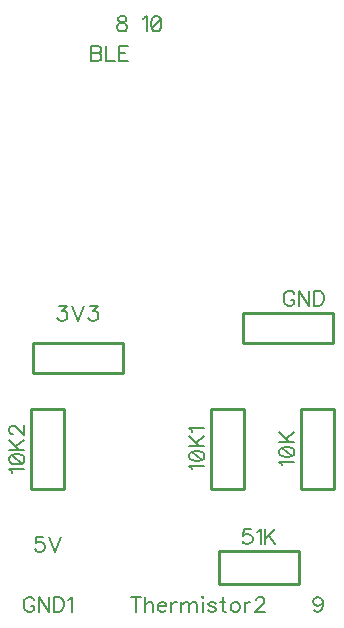
<source format=gbr>
G04 DipTrace 3.3.1.3*
G04 TopSilk.gbr*
%MOMM*%
G04 #@! TF.FileFunction,Legend,Top*
G04 #@! TF.Part,Single*
%ADD10C,0.25*%
%ADD31C,0.19608*%
%FSLAX35Y35*%
G04*
G71*
G90*
G75*
G01*
G04 TopSilk*
%LPD*%
X2955900Y1902000D2*
D10*
X3635100D1*
X2955900Y1622000D2*
X3635100D1*
X2955900D2*
Y1902000D1*
X3635100Y1622000D2*
Y1902000D1*
X1381048Y3667013D2*
X2142952D1*
Y3413000D1*
X1381048D1*
Y3667013D1*
X3920916Y3666963D2*
X3159093D1*
Y3920998D1*
X3920916D1*
Y3666963D1*
X1648000Y3108100D2*
Y2428900D1*
X1368000Y3108100D2*
Y2428900D1*
Y3108100D2*
X1648000D1*
X1368000Y2428900D2*
X1648000D1*
X3172000Y3108100D2*
Y2428900D1*
X2892000Y3108100D2*
Y2428900D1*
Y3108100D2*
X3172000D1*
X2892000Y2428900D2*
X3172000D1*
X3934000Y3108100D2*
Y2428900D1*
X3654000Y3108100D2*
Y2428900D1*
Y3108100D2*
X3934000D1*
X3654000Y2428900D2*
X3934000D1*
X3228839Y2087846D2*
D31*
X3168193D1*
X3162156Y2033237D1*
X3168193Y2039273D1*
X3186443Y2045450D1*
X3204553D1*
X3222803Y2039273D1*
X3235016Y2027200D1*
X3241053Y2008950D1*
Y1996877D1*
X3235016Y1978627D1*
X3222803Y1966414D1*
X3204553Y1960377D1*
X3186443D1*
X3168193Y1966414D1*
X3162156Y1972590D1*
X3155980Y1984664D1*
X3280268Y2063560D2*
X3292482Y2069737D1*
X3310732Y2087846D1*
Y1960377D1*
X3349947Y2087987D2*
Y1960377D1*
X3435020Y2087987D2*
X3349947Y2002914D1*
X3380270Y2033377D2*
X3435020Y1960377D1*
X1875370Y6179487D2*
Y6051877D1*
X1930120D1*
X1948370Y6058054D1*
X1954406Y6064090D1*
X1960443Y6076164D1*
Y6094414D1*
X1954406Y6106627D1*
X1948370Y6112664D1*
X1930120Y6118700D1*
X1948370Y6124877D1*
X1954406Y6130914D1*
X1960443Y6142987D1*
Y6155200D1*
X1954406Y6167273D1*
X1948370Y6173450D1*
X1930120Y6179487D1*
X1875370D1*
Y6118700D2*
X1930120D1*
X1999659Y6179487D2*
Y6051877D1*
X2072518D1*
X2190630Y6179487D2*
X2111734D1*
Y6051877D1*
X2190630D1*
X2111734Y6118700D2*
X2160307D1*
X2124857Y6430846D2*
X2106747Y6424810D1*
X2100570Y6412737D1*
Y6400523D1*
X2106747Y6388450D1*
X2118820Y6382273D1*
X2143107Y6376237D1*
X2161357Y6370200D1*
X2173430Y6357987D1*
X2179466Y6345914D1*
Y6327664D1*
X2173430Y6315590D1*
X2167393Y6309414D1*
X2149143Y6303377D1*
X2124857D1*
X2106747Y6309414D1*
X2100570Y6315590D1*
X2094534Y6327664D1*
Y6345914D1*
X2100570Y6357987D1*
X2112784Y6370200D1*
X2130893Y6376237D1*
X2155180Y6382273D1*
X2167393Y6388450D1*
X2173430Y6400523D1*
Y6412737D1*
X2167393Y6424810D1*
X2149143Y6430846D1*
X2124857D1*
X3833518Y1472450D2*
X3827341Y1454200D1*
X3815268Y1441987D1*
X3797018Y1435950D1*
X3790982D1*
X3772732Y1441987D1*
X3760659Y1454200D1*
X3754482Y1472450D1*
Y1478487D1*
X3760659Y1496737D1*
X3772732Y1508810D1*
X3790982Y1514846D1*
X3797018D1*
X3815268Y1508810D1*
X3827341Y1496737D1*
X3833518Y1472450D1*
Y1441987D1*
X3827341Y1411664D1*
X3815268Y1393414D1*
X3797018Y1387377D1*
X3784945D1*
X3766695Y1393414D1*
X3760659Y1405627D1*
X2313624Y6406560D2*
X2325837Y6412737D1*
X2344087Y6430846D1*
Y6303377D1*
X2419803Y6430846D2*
X2401553Y6424810D1*
X2389340Y6406560D1*
X2383303Y6376237D1*
Y6357987D1*
X2389340Y6327664D1*
X2401553Y6309414D1*
X2419803Y6303377D1*
X2431876D1*
X2450126Y6309414D1*
X2462199Y6327664D1*
X2468376Y6357987D1*
Y6376237D1*
X2462199Y6406560D1*
X2450126Y6424810D1*
X2431876Y6430846D1*
X2419803D1*
X2462199Y6406560D2*
X2389340Y6327664D1*
X1470142Y2022846D2*
X1409496D1*
X1403459Y1968237D1*
X1409496Y1974273D1*
X1427746Y1980450D1*
X1445856D1*
X1464106Y1974273D1*
X1476319Y1962200D1*
X1482356Y1943950D1*
Y1931877D1*
X1476319Y1913627D1*
X1464106Y1901414D1*
X1445856Y1895377D1*
X1427746D1*
X1409496Y1901414D1*
X1403459Y1907590D1*
X1397283Y1919664D1*
X1521571Y2022987D2*
X1570144Y1895377D1*
X1618717Y2022987D1*
X1394426Y1484664D2*
X1388390Y1496737D1*
X1376176Y1508950D1*
X1364103Y1514987D1*
X1339817D1*
X1327603Y1508950D1*
X1315530Y1496737D1*
X1309353Y1484664D1*
X1303317Y1466414D1*
Y1435950D1*
X1309353Y1417840D1*
X1315530Y1405627D1*
X1327603Y1393554D1*
X1339817Y1387377D1*
X1364103D1*
X1376176Y1393554D1*
X1388390Y1405627D1*
X1394426Y1417840D1*
Y1435950D1*
X1364103D1*
X1518715Y1514987D2*
Y1387377D1*
X1433642Y1514987D1*
Y1387377D1*
X1557931Y1514987D2*
Y1387377D1*
X1600467D1*
X1618717Y1393554D1*
X1630931Y1405627D1*
X1636967Y1417840D1*
X1643004Y1435950D1*
Y1466414D1*
X1636967Y1484664D1*
X1630931Y1496737D1*
X1618717Y1508950D1*
X1600467Y1514987D1*
X1557931D1*
X1682220Y1490560D2*
X1694433Y1496737D1*
X1712683Y1514846D1*
Y1387377D1*
X1601352Y3979846D2*
X1668034D1*
X1631675Y3931273D1*
X1649925D1*
X1661998Y3925237D1*
X1668034Y3919200D1*
X1674211Y3900950D1*
Y3888877D1*
X1668034Y3870627D1*
X1655961Y3858414D1*
X1637711Y3852377D1*
X1619461D1*
X1601352Y3858414D1*
X1595315Y3864590D1*
X1589138Y3876664D1*
X1713427Y3979987D2*
X1762000Y3852377D1*
X1810573Y3979987D1*
X1862002Y3979846D2*
X1928685D1*
X1892325Y3931273D1*
X1910575D1*
X1922648Y3925237D1*
X1928685Y3919200D1*
X1934862Y3900950D1*
Y3888877D1*
X1928685Y3870627D1*
X1916612Y3858414D1*
X1898362Y3852377D1*
X1880112D1*
X1862002Y3858414D1*
X1855966Y3864590D1*
X1849789Y3876664D1*
X3595833Y4076662D2*
X3589796Y4088735D1*
X3577583Y4100948D1*
X3565510Y4106985D1*
X3541223D1*
X3529010Y4100948D1*
X3516937Y4088735D1*
X3510760Y4076662D1*
X3504723Y4058412D1*
Y4027948D1*
X3510760Y4009839D1*
X3516937Y3997625D1*
X3529010Y3985552D1*
X3541223Y3979375D1*
X3565510D1*
X3577583Y3985552D1*
X3589796Y3997625D1*
X3595833Y4009839D1*
Y4027948D1*
X3565510D1*
X3720121Y4106985D2*
Y3979375D1*
X3635048Y4106985D1*
Y3979375D1*
X3759337Y4106985D2*
Y3979375D1*
X3801874D1*
X3820124Y3985552D1*
X3832337Y3997625D1*
X3838374Y4009839D1*
X3844410Y4027948D1*
Y4058412D1*
X3838374Y4076662D1*
X3832337Y4088735D1*
X3820124Y4100948D1*
X3801874Y4106985D1*
X3759337D1*
X1206440Y2566835D2*
X1200263Y2579049D1*
X1182154Y2597299D1*
X1309623D1*
X1182154Y2673015D2*
X1188190Y2654765D1*
X1206440Y2642551D1*
X1236764Y2636515D1*
X1255014D1*
X1285337Y2642551D1*
X1303587Y2654764D1*
X1309623Y2673014D1*
Y2685087D1*
X1303587Y2703337D1*
X1285337Y2715410D1*
X1255014Y2721587D1*
X1236764D1*
X1206440Y2715411D1*
X1188190Y2703338D1*
X1182154Y2685088D1*
Y2673015D1*
X1206440Y2715411D2*
X1285337Y2642551D1*
X1182014Y2760803D2*
X1309623D1*
X1182014Y2845876D2*
X1267087Y2760803D1*
X1236623Y2791126D2*
X1309623Y2845876D1*
X1212477Y2891269D2*
X1206440D1*
X1194227Y2897305D1*
X1188190Y2903342D1*
X1182154Y2915555D1*
Y2939842D1*
X1188190Y2951915D1*
X1194227Y2957951D1*
X1206440Y2964128D1*
X1218513D1*
X1230727Y2957951D1*
X1248837Y2945878D1*
X1309623Y2885092D1*
Y2970165D1*
X2730440Y2594140D2*
X2724263Y2606354D1*
X2706154Y2624604D1*
X2833623D1*
X2706154Y2700319D2*
X2712190Y2682069D1*
X2730440Y2669856D1*
X2760764Y2663819D1*
X2779014D1*
X2809337Y2669856D1*
X2827587Y2682069D1*
X2833623Y2700319D1*
Y2712392D1*
X2827587Y2730642D1*
X2809337Y2742715D1*
X2779014Y2748892D1*
X2760764D1*
X2730440Y2742715D1*
X2712190Y2730642D1*
X2706154Y2712392D1*
Y2700319D1*
X2730440Y2742715D2*
X2809337Y2669856D1*
X2706014Y2788108D2*
X2833623D1*
X2706014Y2873181D2*
X2791087Y2788108D1*
X2760623Y2818431D2*
X2833623Y2873181D1*
X2730440Y2912397D2*
X2724264Y2924610D1*
X2706154Y2942860D1*
X2833623D1*
X3492440Y2628980D2*
X3486263Y2641193D1*
X3468154Y2659443D1*
X3595623D1*
X3468154Y2735159D2*
X3474190Y2716909D1*
X3492440Y2704695D1*
X3522764Y2698659D1*
X3541014D1*
X3571337Y2704695D1*
X3589587Y2716909D1*
X3595623Y2735159D1*
Y2747232D1*
X3589587Y2765482D1*
X3571337Y2777555D1*
X3541014Y2783732D1*
X3522764D1*
X3492440Y2777555D1*
X3474190Y2765482D1*
X3468154Y2747232D1*
Y2735159D1*
X3492440Y2777555D2*
X3571337Y2704695D1*
X3468014Y2822948D2*
X3595623Y2822947D1*
X3468014Y2908021D2*
X3553087Y2822947D1*
X3522623Y2853271D2*
X3595623Y2908021D1*
X2250614Y1514987D2*
Y1387377D1*
X2208077Y1514987D2*
X2293150D1*
X2332366D2*
Y1387377D1*
Y1448164D2*
X2350616Y1466414D1*
X2362830Y1472450D1*
X2381080D1*
X2393153Y1466414D1*
X2399189Y1448164D1*
Y1387377D1*
X2438405Y1435950D2*
X2511264D1*
Y1448164D1*
X2505228Y1460377D1*
X2499191Y1466414D1*
X2486978Y1472450D1*
X2468728D1*
X2456655Y1466414D1*
X2444441Y1454200D1*
X2438405Y1435950D1*
Y1423877D1*
X2444441Y1405627D1*
X2456655Y1393554D1*
X2468728Y1387377D1*
X2486978D1*
X2499191Y1393554D1*
X2511264Y1405627D1*
X2550480Y1472450D2*
Y1387377D1*
Y1435950D2*
X2556657Y1454200D1*
X2568730Y1466414D1*
X2580944Y1472450D1*
X2599194D1*
X2638409D2*
Y1387377D1*
Y1448164D2*
X2656659Y1466414D1*
X2668873Y1472450D1*
X2686982D1*
X2699196Y1466414D1*
X2705232Y1448164D1*
Y1387377D1*
Y1448164D2*
X2723482Y1466414D1*
X2735696Y1472450D1*
X2753805D1*
X2766019Y1466414D1*
X2772196Y1448164D1*
Y1387377D1*
X2811412Y1514987D2*
X2817448Y1508950D1*
X2823625Y1514987D1*
X2817448Y1521164D1*
X2811412Y1514987D1*
X2817448Y1472450D2*
Y1387377D1*
X2929664Y1454200D2*
X2923627Y1466414D1*
X2905377Y1472450D1*
X2887127D1*
X2868877Y1466414D1*
X2862841Y1454200D1*
X2868877Y1442127D1*
X2881091Y1435950D1*
X2911414Y1429914D1*
X2923627Y1423877D1*
X2929664Y1411664D1*
Y1405627D1*
X2923627Y1393554D1*
X2905377Y1387377D1*
X2887127D1*
X2868877Y1393554D1*
X2862841Y1405627D1*
X2987129Y1514987D2*
Y1411664D1*
X2993166Y1393554D1*
X3005379Y1387377D1*
X3017453D1*
X2968879Y1472450D2*
X3011416D1*
X3086991D2*
X3074918Y1466414D1*
X3062705Y1454200D1*
X3056668Y1435950D1*
Y1423877D1*
X3062705Y1405627D1*
X3074918Y1393554D1*
X3086991Y1387377D1*
X3105241D1*
X3117455Y1393554D1*
X3129528Y1405627D1*
X3135705Y1423877D1*
Y1435950D1*
X3129528Y1454200D1*
X3117455Y1466414D1*
X3105241Y1472450D1*
X3086991D1*
X3174920D2*
Y1387377D1*
Y1435950D2*
X3181097Y1454200D1*
X3193170Y1466414D1*
X3205384Y1472450D1*
X3223634D1*
X3269027Y1484523D2*
Y1490560D1*
X3275063Y1502773D1*
X3281100Y1508810D1*
X3293313Y1514846D1*
X3317600D1*
X3329673Y1508810D1*
X3335709Y1502773D1*
X3341886Y1490560D1*
Y1478487D1*
X3335709Y1466273D1*
X3323636Y1448164D1*
X3262850Y1387377D1*
X3347923D1*
M02*

</source>
